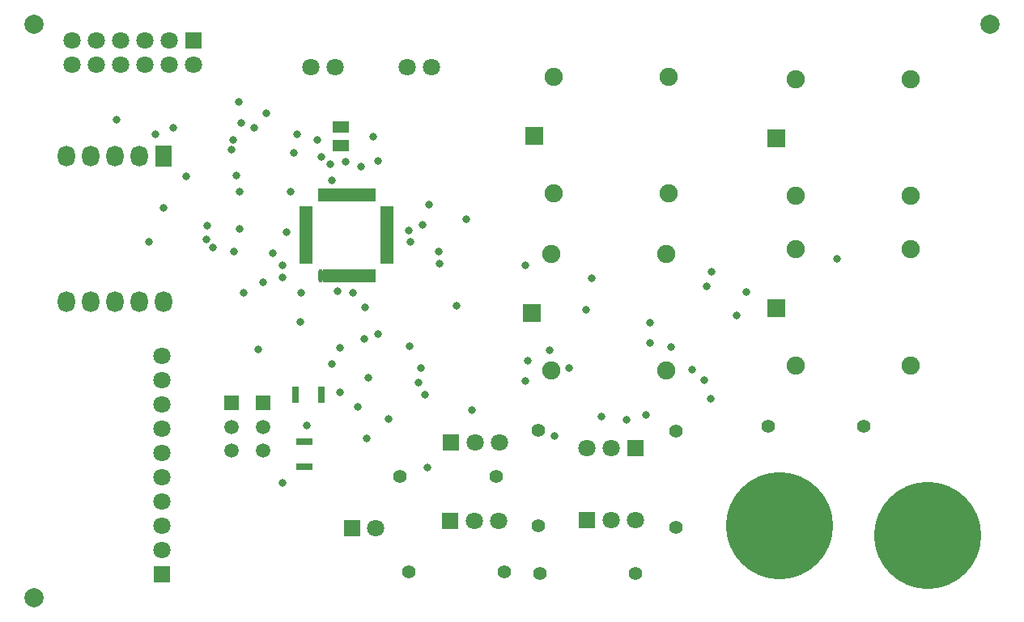
<source format=gbr>
%TF.GenerationSoftware,Altium Limited,Altium Designer,20.1.12 (249)*%
G04 Layer_Color=8388736*
%FSLAX26Y26*%
%MOIN*%
%TF.SameCoordinates,7F4B2EE0-29BC-4F04-AEBD-3A4CCF5859FD*%
%TF.FilePolarity,Negative*%
%TF.FileFunction,Soldermask,Top*%
%TF.Part,Single*%
G01*
G75*
%TA.AperFunction,SMDPad,CuDef*%
%ADD41R,0.069024X0.047370*%
%TA.AperFunction,ComponentPad*%
%ADD50R,0.070992X0.070992*%
%ADD51C,0.070992*%
%ADD52C,0.074929*%
%ADD53R,0.074929X0.074929*%
%ADD54R,0.070992X0.070992*%
%ADD55C,0.059181*%
%ADD56R,0.059181X0.059181*%
%ADD57C,0.441071*%
%ADD58C,0.055244*%
%ADD59O,0.070992X0.086740*%
%ADD60R,0.070992X0.086740*%
%TA.AperFunction,SMDPad,CuDef*%
%ADD61C,0.078740*%
%TA.AperFunction,ViaPad*%
%ADD62C,0.031622*%
%TA.AperFunction,SMDPad,CuDef*%
%ADD63R,0.031622X0.069024*%
%ADD64R,0.069024X0.031622*%
%ADD65R,0.019811X0.055244*%
%ADD66R,0.055244X0.019811*%
%ADD67O,0.019811X0.055244*%
D41*
X4215000Y4497401D02*
D03*
Y4422598D02*
D03*
D50*
X5230000Y2880000D02*
D03*
X4665000Y2875000D02*
D03*
X5430000Y3175000D02*
D03*
X4670000Y3200000D02*
D03*
X4261575Y2845000D02*
D03*
X3610000Y4855000D02*
D03*
D51*
X5330000Y2880000D02*
D03*
X5430000D02*
D03*
X3480000Y3555000D02*
D03*
Y3455000D02*
D03*
Y3355000D02*
D03*
Y3255000D02*
D03*
Y3155000D02*
D03*
Y3055000D02*
D03*
Y2955000D02*
D03*
Y2855000D02*
D03*
Y2755000D02*
D03*
X4865000Y2875000D02*
D03*
X4765000D02*
D03*
X5230000Y3175000D02*
D03*
X5330000D02*
D03*
X4870000Y3200000D02*
D03*
X4770000D02*
D03*
X4360000Y2845000D02*
D03*
X4194488Y4744095D02*
D03*
X4094488D02*
D03*
X4588189D02*
D03*
X4488189D02*
D03*
X3610000Y4755000D02*
D03*
X3510000Y4855000D02*
D03*
X3110000Y4755000D02*
D03*
X3210000D02*
D03*
X3310000D02*
D03*
X3410000D02*
D03*
X3510000D02*
D03*
X3110000Y4855000D02*
D03*
X3210000D02*
D03*
X3310000D02*
D03*
X3410000D02*
D03*
D52*
X5555000Y3495000D02*
D03*
X5082559Y3975315D02*
D03*
X5555000D02*
D03*
X5082559Y3495000D02*
D03*
X6562441Y4214685D02*
D03*
X6090000Y4695000D02*
D03*
X6562441D02*
D03*
X6090000Y4214685D02*
D03*
X6562441Y3514685D02*
D03*
X6090000Y3995000D02*
D03*
X6562441D02*
D03*
X6090000Y3514685D02*
D03*
X5565000Y4224685D02*
D03*
X5092559Y4705000D02*
D03*
X5565000D02*
D03*
X5092559Y4224685D02*
D03*
D53*
X5003819Y3731220D02*
D03*
X6011260Y4450905D02*
D03*
Y3750905D02*
D03*
X5013819Y4460905D02*
D03*
D54*
X3480000Y2655000D02*
D03*
D55*
X3765079Y3263425D02*
D03*
Y3165000D02*
D03*
X3895000D02*
D03*
Y3263425D02*
D03*
D56*
X3765079Y3361850D02*
D03*
X3895000D02*
D03*
D57*
X6633858Y2814961D02*
D03*
X6023622Y2854331D02*
D03*
D58*
X5595000Y2850000D02*
D03*
Y3243701D02*
D03*
X4855000Y3060000D02*
D03*
X4461299D02*
D03*
X4888701Y2665000D02*
D03*
X4495000D02*
D03*
X5428701Y2660000D02*
D03*
X5035000D02*
D03*
X6368701Y3265000D02*
D03*
X5975000D02*
D03*
X5030000Y2856299D02*
D03*
Y3250000D02*
D03*
D59*
X3085000Y3780000D02*
D03*
X3185000D02*
D03*
X3285000D02*
D03*
X3385000D02*
D03*
X3485000D02*
D03*
X3085000Y4380000D02*
D03*
X3185000D02*
D03*
X3285000D02*
D03*
X3385000D02*
D03*
D60*
X3485000D02*
D03*
D61*
X2952756Y4921260D02*
D03*
Y2559055D02*
D03*
X6889764Y4921260D02*
D03*
D62*
X3777559Y3984252D02*
D03*
X3937008Y3978347D02*
D03*
X3975394Y3877953D02*
D03*
X3993110Y4064034D02*
D03*
X4023622Y4392717D02*
D03*
X4035433Y4468504D02*
D03*
X4121063Y4444882D02*
D03*
X4178150Y4277559D02*
D03*
X4298228Y4336614D02*
D03*
X4368110Y4357283D02*
D03*
X4350394Y4459646D02*
D03*
X4235236Y4356299D02*
D03*
X4171463Y4343716D02*
D03*
X4137795Y4375984D02*
D03*
X3977362Y3928150D02*
D03*
X3897638Y3859252D02*
D03*
X3816929Y3813976D02*
D03*
X3451772Y4468504D02*
D03*
X3765748Y4405512D02*
D03*
X3772638Y4444882D02*
D03*
X3805118Y4516732D02*
D03*
X3859223Y4496034D02*
D03*
X4010827Y4230315D02*
D03*
X3801181Y4077913D02*
D03*
X3799213Y4232283D02*
D03*
X4054134Y3814961D02*
D03*
X3795916Y4602706D02*
D03*
X4552165Y4096457D02*
D03*
X4495108Y4072806D02*
D03*
X4501968Y4025591D02*
D03*
X4314961Y3753937D02*
D03*
X3689497Y4001447D02*
D03*
X4732283Y4117126D02*
D03*
X4580709Y4177165D02*
D03*
X3910433Y4555118D02*
D03*
X3525591Y4494095D02*
D03*
X3786417Y4297244D02*
D03*
X3578740Y4295276D02*
D03*
X3292323Y4527559D02*
D03*
X4328740Y3466535D02*
D03*
X4500000Y3595472D02*
D03*
X4563976Y3396653D02*
D03*
X4537402Y3446850D02*
D03*
X4986221Y3535433D02*
D03*
X4977362Y3451772D02*
D03*
X3666339Y4091535D02*
D03*
X3487205Y4165354D02*
D03*
X3425197Y4026575D02*
D03*
X4050197Y3694882D02*
D03*
X4202756Y3822835D02*
D03*
X4620079Y3984252D02*
D03*
X4622047Y3935039D02*
D03*
X4314034Y3624016D02*
D03*
X4370079Y3646653D02*
D03*
X4287402Y3346457D02*
D03*
X4321850Y3216535D02*
D03*
X4546260Y3506890D02*
D03*
X4181102Y3523622D02*
D03*
X4754921Y3331693D02*
D03*
X4691929Y3760827D02*
D03*
X5226378Y3744095D02*
D03*
X5077756Y3579724D02*
D03*
X5156496Y3505905D02*
D03*
X4267717Y3815945D02*
D03*
X4214567Y3587598D02*
D03*
X3663386Y4034449D02*
D03*
X5096457Y3224409D02*
D03*
X5489173Y3607284D02*
D03*
X5576772Y3591535D02*
D03*
X5664370Y3499016D02*
D03*
X5712598Y3456693D02*
D03*
X5738189Y3377953D02*
D03*
X5474409Y3311024D02*
D03*
X5490158Y3691929D02*
D03*
X5248032Y3874016D02*
D03*
X5744095Y3900591D02*
D03*
X5391732Y3293307D02*
D03*
X5721457Y3841535D02*
D03*
X5289370Y3306102D02*
D03*
X4412402Y3296260D02*
D03*
X4977362Y3928150D02*
D03*
X4571850Y3094488D02*
D03*
X5846457Y3720472D02*
D03*
X5885827Y3818898D02*
D03*
X4212598Y3405512D02*
D03*
X3976378Y3031496D02*
D03*
X4074803Y3267716D02*
D03*
X6259842Y3956693D02*
D03*
X3877953Y3582677D02*
D03*
D63*
X4135000Y3395000D02*
D03*
X4030669D02*
D03*
D64*
X4065000Y3097835D02*
D03*
Y3202165D02*
D03*
D65*
X4131890Y4219645D02*
D03*
X4151575D02*
D03*
X4171260D02*
D03*
X4190945D02*
D03*
X4210630D02*
D03*
X4230315D02*
D03*
X4250000D02*
D03*
X4269685D02*
D03*
X4289370D02*
D03*
X4309055D02*
D03*
X4328740D02*
D03*
X4348425D02*
D03*
Y3885000D02*
D03*
X4328740D02*
D03*
X4309055D02*
D03*
X4289370D02*
D03*
X4269685D02*
D03*
X4250000D02*
D03*
X4230315D02*
D03*
X4210630D02*
D03*
X4190945D02*
D03*
X4171260D02*
D03*
X4151575D02*
D03*
D66*
X4407480Y4160590D02*
D03*
Y4140905D02*
D03*
Y4121220D02*
D03*
Y4101535D02*
D03*
Y4081850D02*
D03*
Y4062165D02*
D03*
Y4042480D02*
D03*
Y4022795D02*
D03*
Y4003110D02*
D03*
Y3983425D02*
D03*
Y3963740D02*
D03*
Y3944055D02*
D03*
X4072835D02*
D03*
Y3963740D02*
D03*
Y3983425D02*
D03*
Y4003110D02*
D03*
Y4022795D02*
D03*
Y4042480D02*
D03*
Y4062165D02*
D03*
Y4081850D02*
D03*
Y4101535D02*
D03*
Y4121220D02*
D03*
Y4140905D02*
D03*
Y4160590D02*
D03*
D67*
X4131890Y3885000D02*
D03*
%TF.MD5,22378538b05ddd830626220f1b5b9a55*%
M02*

</source>
